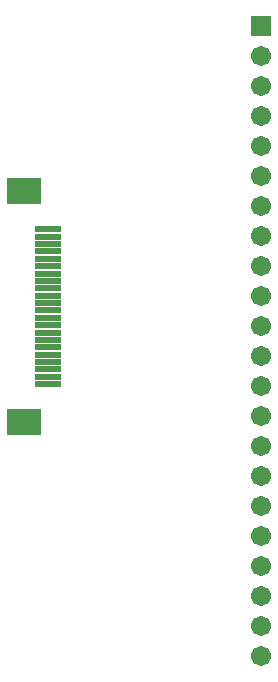
<source format=gts>
G04*
G04 #@! TF.GenerationSoftware,Altium Limited,Altium Designer,18.0.12 (696)*
G04*
G04 Layer_Color=8388736*
%FSLAX25Y25*%
%MOIN*%
G70*
G01*
G75*
%ADD15R,0.11824X0.09068*%
%ADD16R,0.08674X0.02375*%
%ADD17C,0.06706*%
%ADD18R,0.06706X0.06706*%
D15*
X27126Y97996D02*
D03*
Y174870D02*
D03*
D16*
X35000Y130283D02*
D03*
Y132744D02*
D03*
Y135205D02*
D03*
Y137661D02*
D03*
Y140122D02*
D03*
Y142583D02*
D03*
Y149961D02*
D03*
Y147500D02*
D03*
Y145039D02*
D03*
Y157339D02*
D03*
Y154878D02*
D03*
Y152417D02*
D03*
Y159799D02*
D03*
Y162260D02*
D03*
Y127823D02*
D03*
Y120441D02*
D03*
Y122902D02*
D03*
Y125362D02*
D03*
Y113063D02*
D03*
Y115524D02*
D03*
Y117984D02*
D03*
Y110606D02*
D03*
D17*
X106122Y20122D02*
D03*
Y30122D02*
D03*
Y40122D02*
D03*
Y50122D02*
D03*
Y60122D02*
D03*
Y70122D02*
D03*
Y80122D02*
D03*
Y90122D02*
D03*
Y100122D02*
D03*
Y110122D02*
D03*
Y120122D02*
D03*
Y130122D02*
D03*
Y140122D02*
D03*
Y150122D02*
D03*
Y160122D02*
D03*
Y170122D02*
D03*
Y180122D02*
D03*
Y190122D02*
D03*
Y200122D02*
D03*
Y210122D02*
D03*
Y220122D02*
D03*
D18*
Y230122D02*
D03*
M02*

</source>
